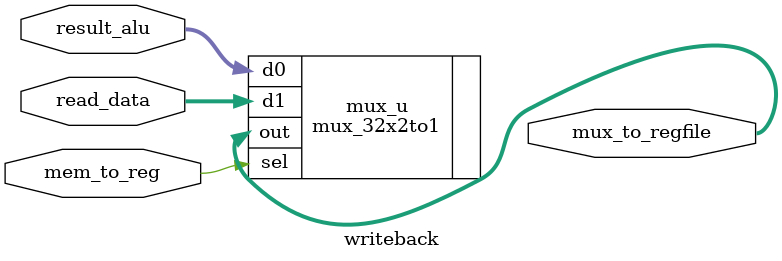
<source format=v>
module writeback (result_alu, read_data,
				  mem_to_reg,
				  mux_to_regfile);
				 
input [31:0] result_alu, read_data;
input mem_to_reg;

output [31:0] mux_to_regfile;

/////////////////////////

/////////////////////////

mux_32x2to1 mux_u
(
.d0(result_alu),
.d1(read_data),
.sel(mem_to_reg), //signal from control unit

.out(mux_to_regfile)
);

endmodule
</source>
